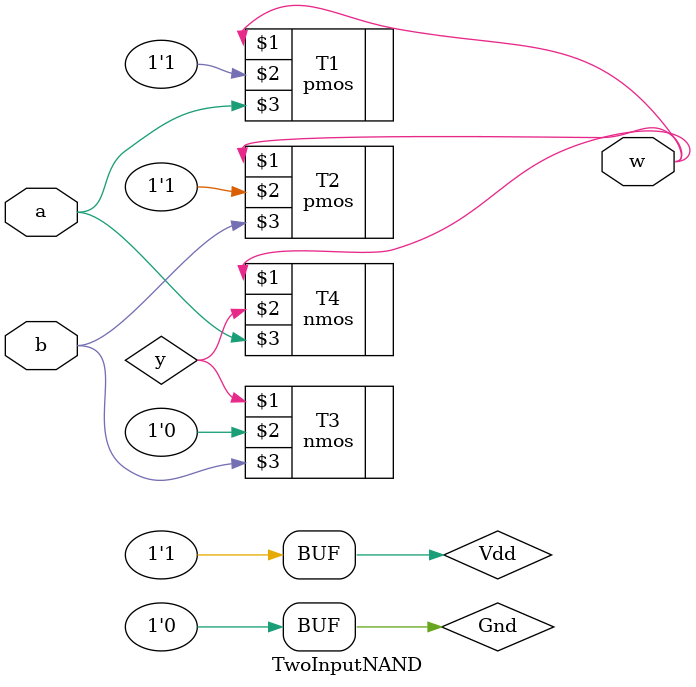
<source format=v>
`timescale 1ns/1ns
module TwoInputNAND (input a,b,output w);
	wire y;
	supply1 Vdd;
	supply0 Gnd;
	pmos #(5,6,7) T1(w,Vdd,a);
	pmos #(5,6,7) T2(w,Vdd,b);
	nmos #(3,4,5) T3(y,Gnd,b);
	nmos #(3,4,5) T4(w,y,a);
endmodule
</source>
